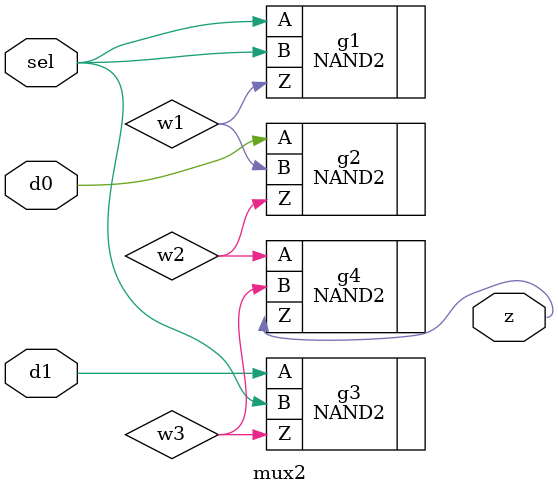
<source format=sv>
module mux2 (
    input logic d0,          // Data input 0
    input logic d1,          // Data input 1
    input logic sel,         // Select input
    output logic z           // Output
);

// Put your code here
// ------------------
	logic w1;
	logic w2;
	logic w3;

	NAND2 #(
		.Tpdhl(8),
		.Tpdlh(8)
	) g1(
		.A(sel),
		.B(sel),
		.Z(w1)
	);
	
	NAND2 #(
		.Tpdhl(8),
		.Tpdlh(8)
	) g2(
		.A(d0),
		.B(w1),
		.Z(w2)
	);
	
	NAND2 #(
		.Tpdhl(8),
		.Tpdlh(8)
	) g3(
		.A(d1),
		.B(sel),
		.Z(w3)
	);
	
	NAND2 #(
		.Tpdhl(8),
		.Tpdlh(8)
	) g4(
		.A(w2),
		.B(w3),
		.Z(z)
	);

// End of your code

endmodule

</source>
